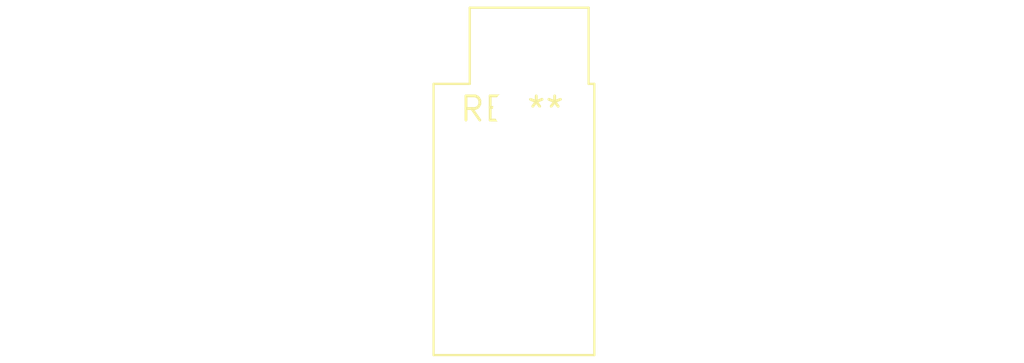
<source format=kicad_pcb>
(kicad_pcb (version 20240108) (generator pcbnew)
  (layers (0 "F.Cu" signal) (31 "B.Cu" signal) (34 "B.Paste" user) (35 "F.Paste" user) (36 "B.SilkS" user "B.Silkscreen") (37 "F.SilkS" user "F.Silkscreen") (38 "B.Mask" user) (39 "F.Mask" user) (44 "Edge.Cuts" user))
  (net 0 "")
  (footprint "Jack_3.5mm_CUI_SJ1-3533NG_Horizontal_CircularHoles" (layer "F.Cu") (at 0 0)
    (property "Reference" "REF**")
    (property "Value" "Jack_3.5mm_CUI_SJ1-3533NG_Horizontal_CircularHoles")
    (fp_line (start -4.12 -1.32) (end -2.22 -1.32) (layer "F.SilkS") (stroke (width 0.12)))
    (fp_line (start -4.12 12.92) (end -4.12 -1.32) (layer "F.SilkS") (stroke (width 0.12)))
    (fp_line (start -2.22 -5.32) (end 4.02 -5.32) (layer "F.SilkS") (stroke (width 0.12)))
    (fp_line (start -2.22 -1.32) (end -2.22 -5.32) (layer "F.SilkS") (stroke (width 0.12)))
    (fp_line (start 4.02 -5.32) (end 4.02 -1.32) (layer "F.SilkS") (stroke (width 0.12)))
    (fp_line (start 4.02 -1.32) (end 4.32 -1.32) (layer "F.SilkS") (stroke (width 0.12)))
    (fp_line (start 4.32 -1.32) (end 4.32 12.92) (layer "F.SilkS") (stroke (width 0.12)))
    (fp_line (start 4.32 12.92) (end -4.12 12.92) (layer "F.SilkS") (stroke (width 0.12)))
    (pad "R" thru_hole circle (at 2 7.9) (size 2.8 2.8) (drill 2) (layers *.Cu *.Mask) (remove_unused_layers))
    (pad "S" thru_hole circle (at 0 0) (size 2.8 2.8) (drill 2) (layers *.Cu *.Mask) (remove_unused_layers))
    (pad "T" thru_hole circle (at 2 2.4) (size 2.8 2.8) (drill 2) (layers *.Cu *.Mask) (remove_unused_layers))
  )
)
</source>
